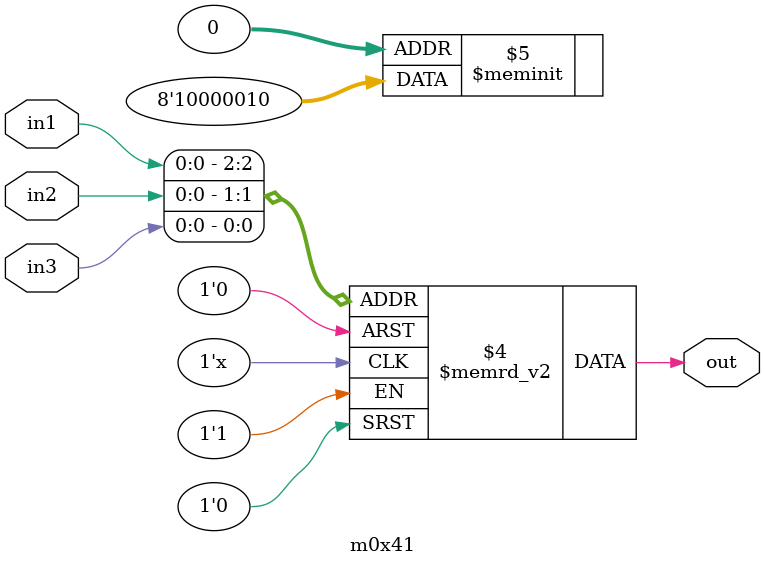
<source format=v>
module m0x41(output out, input in1, in2, in3);

   always @(in1, in2, in3)
     begin
        case({in1, in2, in3})
          3'b000: {out} = 1'b0;
          3'b001: {out} = 1'b1;
          3'b010: {out} = 1'b0;
          3'b011: {out} = 1'b0;
          3'b100: {out} = 1'b0;
          3'b101: {out} = 1'b0;
          3'b110: {out} = 1'b0;
          3'b111: {out} = 1'b1;
        endcase // case ({in1, in2, in3})
     end // always @ (in1, in2, in3)

endmodule // m0x41
</source>
